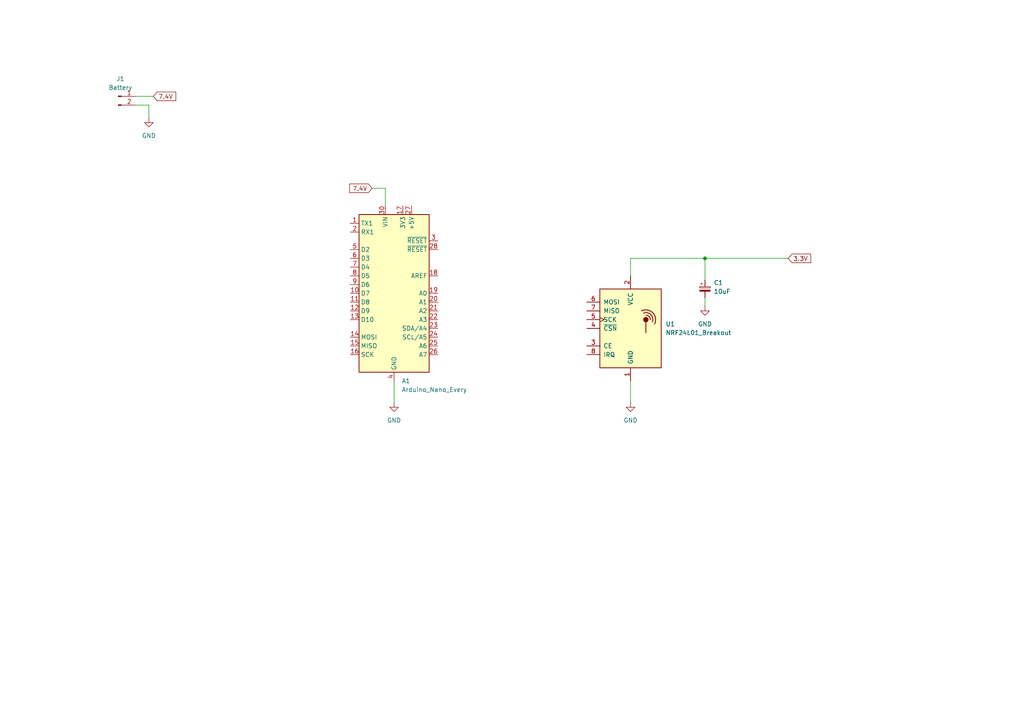
<source format=kicad_sch>
(kicad_sch (version 20230121) (generator eeschema)
  (paper "A4")
  (lib_symbols
    (symbol "Connector:Conn_01x02_Pin" (pin_names (offset 1.016) hide)
      (property "Reference" "J" (at 0 2.54 0))
      (property "Value" "Conn_01x02_Pin" (at 0 -5.08 0))
      (symbol "Conn_01x02_Pin_1_1"
        (polyline (pts (xy 1.27 -2.54) (xy 0.8636 -2.54)) (stroke (width 0.1524)))
        (polyline (pts (xy 1.27 0) (xy 0.8636 0)) (stroke (width 0.1524)))
        (rectangle (start 0.8636 -2.413) (end 0 -2.667) (stroke (width 0.1524)) (fill (type outline)))
        (rectangle (start 0.8636 0.127) (end 0 -0.127) (stroke (width 0.1524)) (fill (type outline)))
        (pin passive line (at 5.08 0 180) (length 3.81) (name "Pin_1") (number "1"))
        (pin passive line (at 5.08 -2.54 180) (length 3.81) (name "Pin_2") (number "2"))
      )
    )
    (symbol "Device:C_Polarized_Small" (pin_numbers hide) (pin_names (offset 0.254) hide)
      (property "Reference" "C" (at 0.254 1.778 0))
      (property "Value" "C_Polarized_Small" (at 0.254 -2.032 0))
      (symbol "C_Polarized_Small_0_1"
        (rectangle (start -1.524 -0.3048) (end 1.524 -0.6858) (fill (type outline)))
        (rectangle (start -1.524 0.6858) (end 1.524 0.3048))
        (polyline (pts (xy -1.27 1.524) (xy -0.762 1.524)))
        (polyline (pts (xy -1.016 1.27) (xy -1.016 1.778)))
      )
      (symbol "C_Polarized_Small_1_1"
        (pin passive line (at 0 2.54 270) (length 1.8542) (name "~") (number "1"))
        (pin passive line (at 0 -2.54 90) (length 1.8542) (name "~") (number "2"))
      )
    )
    (symbol "MCU_Module:Arduino_Nano_Every"
      (property "Reference" "A" (at -10.16 23.495 0))
      (property "Value" "Arduino_Nano_Every" (at 5.08 -24.13 0))
      (symbol "Arduino_Nano_Every_0_1"
        (rectangle (start -10.16 22.86) (end 10.16 -22.86) (stroke (width 0.254)) (fill (type background)))
      )
      (symbol "Arduino_Nano_Every_1_1"
        (pin bidirectional line (at -12.7 20.32 0) (length 2.54) (name "TX1") (number "1"))
        (pin bidirectional line (at -12.7 0 0) (length 2.54) (name "D7") (number "10"))
        (pin bidirectional line (at -12.7 -2.54 0) (length 2.54) (name "D8") (number "11"))
        (pin bidirectional line (at -12.7 -5.08 0) (length 2.54) (name "D9") (number "12"))
        (pin bidirectional line (at -12.7 -7.62 0) (length 2.54) (name "D10") (number "13"))
        (pin bidirectional line (at -12.7 -12.7 0) (length 2.54) (name "MOSI") (number "14"))
        (pin bidirectional line (at -12.7 -15.24 0) (length 2.54) (name "MISO") (number "15"))
        (pin bidirectional line (at -12.7 -17.78 0) (length 2.54) (name "SCK") (number "16"))
        (pin power_out line (at 2.54 25.4 270) (length 2.54) (name "3V3") (number "17"))
        (pin input line (at 12.7 5.08 180) (length 2.54) (name "AREF") (number "18"))
        (pin bidirectional line (at 12.7 0 180) (length 2.54) (name "A0") (number "19"))
        (pin bidirectional line (at -12.7 17.78 0) (length 2.54) (name "RX1") (number "2"))
        (pin bidirectional line (at 12.7 -2.54 180) (length 2.54) (name "A1") (number "20"))
        (pin bidirectional line (at 12.7 -5.08 180) (length 2.54) (name "A2") (number "21"))
        (pin bidirectional line (at 12.7 -7.62 180) (length 2.54) (name "A3") (number "22"))
        (pin bidirectional line (at 12.7 -10.16 180) (length 2.54) (name "SDA/A4") (number "23"))
        (pin bidirectional line (at 12.7 -12.7 180) (length 2.54) (name "SCL/A5") (number "24"))
        (pin bidirectional line (at 12.7 -15.24 180) (length 2.54) (name "A6") (number "25"))
        (pin bidirectional line (at 12.7 -17.78 180) (length 2.54) (name "A7") (number "26"))
        (pin power_out line (at 5.08 25.4 270) (length 2.54) (name "+5V") (number "27"))
        (pin input line (at 12.7 12.7 180) (length 2.54) (name "~{RESET}") (number "28"))
        (pin passive line (at 0 -25.4 90) (length 2.54) hide (name "GND") (number "29"))
        (pin input line (at 12.7 15.24 180) (length 2.54) (name "~{RESET}") (number "3"))
        (pin power_in line (at -2.54 25.4 270) (length 2.54) (name "VIN") (number "30"))
        (pin power_in line (at 0 -25.4 90) (length 2.54) (name "GND") (number "4"))
        (pin bidirectional line (at -12.7 12.7 0) (length 2.54) (name "D2") (number "5"))
        (pin bidirectional line (at -12.7 10.16 0) (length 2.54) (name "D3") (number "6"))
        (pin bidirectional line (at -12.7 7.62 0) (length 2.54) (name "D4") (number "7"))
        (pin bidirectional line (at -12.7 5.08 0) (length 2.54) (name "D5") (number "8"))
        (pin bidirectional line (at -12.7 2.54 0) (length 2.54) (name "D6") (number "9"))
      )
    )
    (symbol "RF:NRF24L01_Breakout" (pin_names (offset 1.016))
      (property "Reference" "U" (at -8.89 12.7 0))
      (property "Value" "NRF24L01_Breakout" (at 3.81 12.7 0))
      (symbol "NRF24L01_Breakout_0_1"
        (rectangle (start -8.89 11.43) (end 8.89 -11.43) (stroke (width 0.254)) (fill (type background)))
        (polyline (pts (xy 4.445 1.905) (xy 4.445 -1.27)) (stroke (width 0.254)))
        (circle (center 4.445 2.54) (radius 0.635) (stroke (width 0.254)) (fill (type outline)))
        (arc (start 5.715 2.54) (mid 5.3521 3.4546) (end 4.445 3.81) (stroke (width 0.254)))
        (arc (start 6.35 1.905) (mid 5.8763 3.9854) (end 3.81 4.445) (stroke (width 0.254)))
        (arc (start 6.985 1.27) (mid 6.453 4.548) (end 3.175 5.08) (stroke (width 0.254)))
      )
      (symbol "NRF24L01_Breakout_1_1"
        (pin power_in line (at 0 -15.24 90) (length 3.81) (name "GND") (number "1"))
        (pin power_in line (at 0 15.24 270) (length 3.81) (name "VCC") (number "2"))
        (pin input line (at -12.7 -5.08 0) (length 3.81) (name "CE") (number "3"))
        (pin input line (at -12.7 0 0) (length 3.81) (name "~{CSN}") (number "4"))
        (pin input clock (at -12.7 2.54 0) (length 3.81) (name "SCK") (number "5"))
        (pin input line (at -12.7 7.62 0) (length 3.81) (name "MOSI") (number "6"))
        (pin output line (at -12.7 5.08 0) (length 3.81) (name "MISO") (number "7"))
        (pin output line (at -12.7 -7.62 0) (length 3.81) (name "IRQ") (number "8"))
      )
    )
    (symbol "power:GND" (power) (pin_names (offset 0))
      (property "Value" "GND" (at 0 -3.81 0))
      (symbol "GND_0_1"
        (polyline (pts (xy 0 0) (xy 0 -1.27) (xy 1.27 -1.27) (xy 0 -2.54) (xy -1.27 -1.27) (xy 0 -1.27)))
      )
      (symbol "GND_1_1"
        (pin power_in line (at 0 0 270) (length 0) hide (name "GND") (number "1"))
      )
    )
  )
  (junction (at 204.47 74.93))
  (wire (pts (xy 204.47 86.36) (xy 204.47 88.9)))
  (wire (pts (xy 204.47 74.93) (xy 182.88 74.93)))
  (wire (pts (xy 182.88 110.49) (xy 182.88 116.84)))
  (wire (pts (xy 39.37 30.48) (xy 43.18 30.48)))
  (wire (pts (xy 114.3 110.49) (xy 114.3 116.84)))
  (wire (pts (xy 228.6 74.93) (xy 204.47 74.93)))
  (wire (pts (xy 43.18 30.48) (xy 43.18 34.29)))
  (wire (pts (xy 204.47 74.93) (xy 204.47 81.28)))
  (wire (pts (xy 107.95 54.61) (xy 111.76 54.61)))
  (wire (pts (xy 39.37 27.94) (xy 44.45 27.94)))
  (wire (pts (xy 111.76 54.61) (xy 111.76 59.69)))
  (wire (pts (xy 182.88 74.93) (xy 182.88 80.01)))
  (global_label "7.4V" (shape input) (at 107.95 54.61 180) (property "Intersheetrefs" "${INTERSHEET_REFS}" (effects hide)))
  (global_label "7.4V" (shape input) (at 44.45 27.94 0) (property "Intersheetrefs" "${INTERSHEET_REFS}" (effects hide)))
  (global_label "3.3V" (shape input) (at 228.6 74.93 0) (property "Intersheetrefs" "${INTERSHEET_REFS}" (effects hide)))
  (symbol (lib_id "Connector:Conn_01x02_Pin") (at 34.29 27.94 0) (unit 1)
    (property "Reference" "J1" (at 34.925 22.86 0))
    (property "Value" "Battery" (at 34.925 25.4 0))
  )
  (symbol (lib_id "power:GND") (at 43.18 34.29 0) (unit 1)
    (property "Reference" "#PWR01" (effects hide))
    (property "Value" "GND" (at 43.18 39.37 0))
  )
  (symbol (lib_id "power:GND") (at 114.3 116.84 0) (unit 1)
    (property "Reference" "#PWR02" (effects hide))
    (property "Value" "GND" (at 114.3 121.92 0))
  )
  (symbol (lib_id "power:GND") (at 182.88 116.84 0) (unit 1)
    (property "Reference" "#PWR03" (effects hide))
    (property "Value" "GND" (at 182.88 121.92 0))
  )
  (symbol (lib_id "MCU_Module:Arduino_Nano_Every") (at 114.3 85.09 0) (unit 1)
    (property "Reference" "A1" (at 116.4941 110.49 0) (effects (justify left)))
    (property "Value" "Arduino_Nano_Every" (at 116.4941 113.03 0) (effects (justify left)))
    (property "Footprint" "Module:Arduino_Nano" (effects hide))
    (property "Datasheet" "https://content.arduino.cc/assets/NANOEveryV3.0_sch.pdf" (effects hide))
  )
  (symbol (lib_id "RF:NRF24L01_Breakout") (at 182.88 95.25 0) (unit 1)
    (property "Reference" "U1" (at 193.04 93.98 0) (effects (justify left)))
    (property "Value" "NRF24L01_Breakout" (at 193.04 96.52 0) (effects (justify left)))
    (property "Footprint" "RF_Module:nRF24L01_Breakout" (effects hide))
    (property "Datasheet" "http://www.nordicsemi.com/eng/content/download/2730/34105/file/nRF24L01_Product_Specification_v2_0.pdf" (effects hide))
  )
  (symbol (lib_id "power:GND") (at 204.47 88.9 0) (unit 1)
    (property "Reference" "#PWR04" (effects hide))
    (property "Value" "GND" (at 204.47 93.98 0))
  )
  (symbol (lib_id "Device:C_Polarized_Small") (at 204.47 83.82 0) (unit 1)
    (property "Reference" "C1" (at 207.01 82.0039 0) (effects (justify left)))
    (property "Value" "10uF" (at 207.01 84.5439 0) (effects (justify left)))
  )
)
</source>
